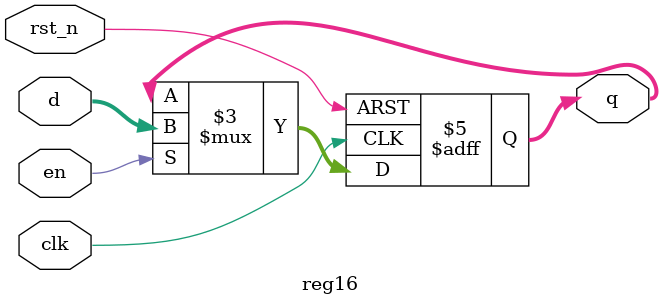
<source format=v>
module reg16 (q,d,en,clk,rst_n);

    output reg [15:0] q;
    input [15:0] d;
    input clk;
    input rst_n;
    input en;

    always @(posedge clk, negedge rst_n) 
        if (!rst_n)
            q <= 0;
        else if (en)
            q <= d;
    
endmodule
</source>
